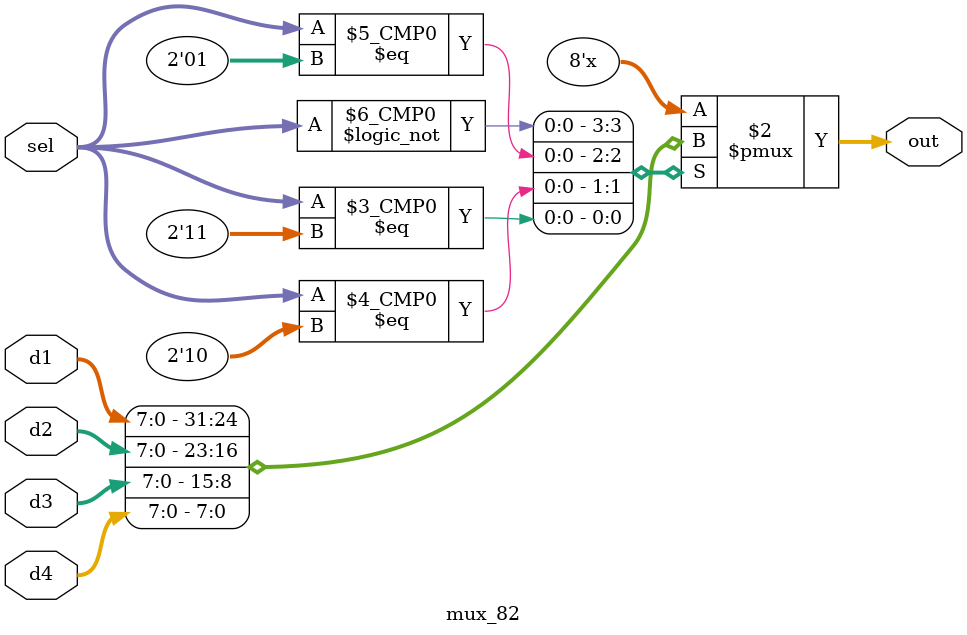
<source format=v>
module mux_82 (
    input wire [7:0] d1, d2, d3, d4, // 8-bit inputs
    input wire [1:0] sel,
    output reg [7:0] out
);
    always @(*) begin
        case (sel)
            2'b00: out = d1;
            2'b01: out = d2;
            2'b10: out = d3;
            2'b11: out = d4;
            default: out = 8'b00000000;
        endcase
    end
endmodule

</source>
